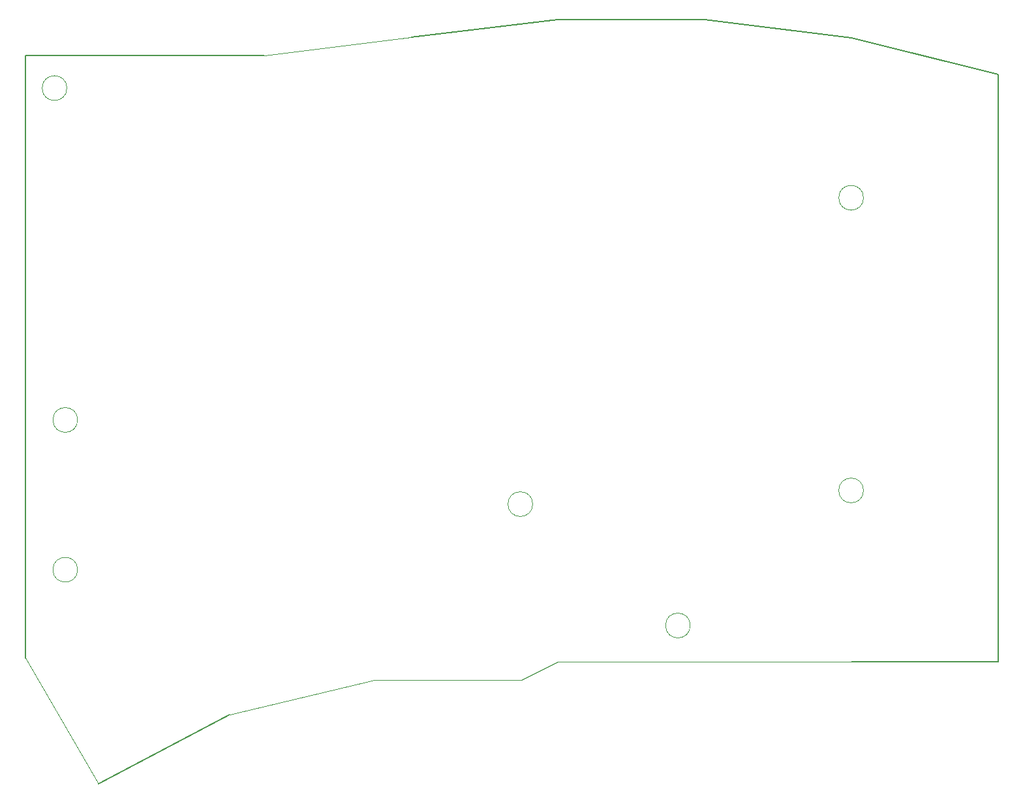
<source format=gbr>
%TF.GenerationSoftware,KiCad,Pcbnew,7.0.10*%
%TF.CreationDate,2024-09-26T01:27:18+09:00*%
%TF.ProjectId,keyboard_denchi_right,6b657962-6f61-4726-945f-64656e636869,rev?*%
%TF.SameCoordinates,Original*%
%TF.FileFunction,Profile,NP*%
%FSLAX46Y46*%
G04 Gerber Fmt 4.6, Leading zero omitted, Abs format (unit mm)*
G04 Created by KiCad (PCBNEW 7.0.10) date 2024-09-26 01:27:18*
%MOMM*%
%LPD*%
G01*
G04 APERTURE LIST*
%TA.AperFunction,Profile*%
%ADD10C,0.200000*%
%TD*%
%TA.AperFunction,Profile*%
%ADD11C,0.100000*%
%TD*%
G04 APERTURE END LIST*
D10*
X193722000Y-64232500D02*
X174672000Y-61819500D01*
X212772000Y-68931500D02*
X193722000Y-64232500D01*
D11*
X93347437Y-113762500D02*
G75*
G03*
X90134563Y-113762500I-1606437J0D01*
G01*
X90134563Y-113762500D02*
G75*
G03*
X93347437Y-113762500I1606437J0D01*
G01*
X155622000Y-145131500D02*
X150923000Y-147544500D01*
D10*
X86534000Y-66518500D02*
X86534000Y-144623500D01*
D11*
X131873000Y-147544500D02*
X150923000Y-147544500D01*
D10*
X174672000Y-61819500D02*
X155622000Y-61819500D01*
D11*
X152402437Y-124684500D02*
G75*
G03*
X149189563Y-124684500I-1606437J0D01*
G01*
X149189563Y-124684500D02*
G75*
G03*
X152402437Y-124684500I1606437J0D01*
G01*
X86534000Y-144623500D02*
X96059000Y-161006500D01*
X195328437Y-84939000D02*
G75*
G03*
X192115563Y-84939000I-1606437J0D01*
G01*
X192115563Y-84939000D02*
G75*
G03*
X195328437Y-84939000I1606437J0D01*
G01*
X193722000Y-145131500D02*
X155622000Y-145131500D01*
X172849437Y-140432500D02*
G75*
G03*
X169636563Y-140432500I-1606437J0D01*
G01*
X169636563Y-140432500D02*
G75*
G03*
X172849437Y-140432500I1606437J0D01*
G01*
X195328437Y-122912000D02*
G75*
G03*
X192115563Y-122912000I-1606437J0D01*
G01*
X192115563Y-122912000D02*
G75*
G03*
X195328437Y-122912000I1606437J0D01*
G01*
D10*
X96059000Y-161006500D02*
X113077000Y-151989500D01*
D11*
X91950437Y-70709500D02*
G75*
G03*
X88737563Y-70709500I-1606437J0D01*
G01*
X88737563Y-70709500D02*
G75*
G03*
X91950437Y-70709500I1606437J0D01*
G01*
D10*
X193722000Y-145131500D02*
X212772000Y-145131500D01*
D11*
X93347437Y-133193500D02*
G75*
G03*
X90134563Y-133193500I-1606437J0D01*
G01*
X90134563Y-133193500D02*
G75*
G03*
X93347437Y-133193500I1606437J0D01*
G01*
X136572000Y-64105500D02*
X117522000Y-66518500D01*
D10*
X117522000Y-66518500D02*
X86534000Y-66518500D01*
D11*
X113077000Y-151989500D02*
X131873000Y-147544500D01*
D10*
X212772000Y-145131500D02*
X212772000Y-68931500D01*
X155622000Y-61819500D02*
X136572000Y-64105500D01*
M02*

</source>
